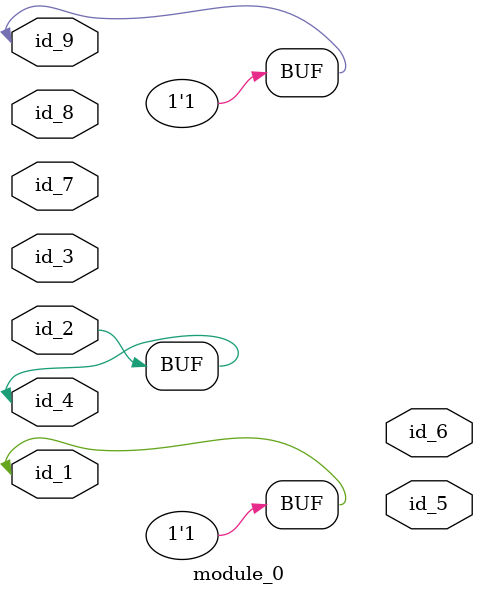
<source format=v>
`define pp_9 0
`define pp_10 0
`define pp_11 (  pp_12  ,  pp_13  )  0
module module_0 (
    id_1,
    id_2,
    id_3,
    id_4,
    id_5,
    id_6,
    id_7,
    id_8,
    id_9
);
  inout id_9;
  input id_8;
  input id_7;
  output id_6;
  output id_5;
  inout id_4;
  input id_3;
  input id_2;
  inout id_1;
  assign id_9 = id_1;
  assign id_4 = {1, id_2};
  assign id_9 = 1;
endmodule
`timescale 1ps / 1 ps `resetall

</source>
